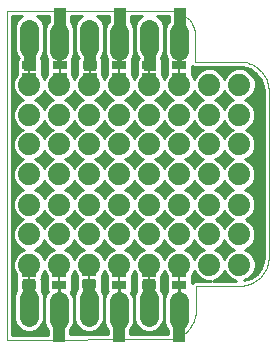
<source format=gbl>
G75*
G70*
%OFA0B0*%
%FSLAX24Y24*%
%IPPOS*%
%LPD*%
%AMOC8*
5,1,8,0,0,1.08239X$1,22.5*
%
%ADD10C,0.0000*%
%ADD11R,0.0394X0.0787*%
%ADD12C,0.0640*%
%ADD13C,0.0740*%
%ADD14C,0.0080*%
%ADD15R,0.0500X0.0250*%
%ADD16C,0.0100*%
D10*
X014712Y012689D02*
X014712Y014461D01*
X014716Y014461D01*
X014716Y021941D01*
X014711Y021926D01*
X014711Y023658D01*
X020059Y023657D01*
X020058Y023657D02*
X020115Y023661D01*
X020172Y023660D01*
X020229Y023656D01*
X020285Y023648D01*
X020341Y023637D01*
X020396Y023622D01*
X020450Y023603D01*
X020502Y023581D01*
X020553Y023555D01*
X020602Y023526D01*
X020649Y023494D01*
X020694Y023459D01*
X020736Y023421D01*
X020776Y023381D01*
X020814Y023338D01*
X020848Y023292D01*
X020879Y023245D01*
X020907Y023195D01*
X020932Y023144D01*
X020954Y023091D01*
X020971Y023037D01*
X020986Y022982D01*
X020996Y022926D01*
X021003Y022870D01*
X021003Y021953D01*
X022464Y021961D01*
X022526Y021959D01*
X022587Y021953D01*
X022648Y021944D01*
X022709Y021930D01*
X022768Y021913D01*
X022826Y021892D01*
X022883Y021867D01*
X022938Y021839D01*
X022991Y021808D01*
X023042Y021773D01*
X023091Y021735D01*
X023138Y021694D01*
X023181Y021651D01*
X023222Y021604D01*
X023260Y021555D01*
X023295Y021504D01*
X023326Y021451D01*
X023354Y021396D01*
X023379Y021339D01*
X023400Y021281D01*
X023417Y021222D01*
X023431Y021161D01*
X023440Y021100D01*
X023446Y021039D01*
X023448Y020977D01*
X023448Y015446D01*
X023449Y015446D02*
X023447Y015385D01*
X023441Y015325D01*
X023432Y015265D01*
X023419Y015206D01*
X023402Y015148D01*
X023381Y015091D01*
X023357Y015035D01*
X023330Y014981D01*
X023299Y014929D01*
X023265Y014879D01*
X023228Y014831D01*
X023187Y014785D01*
X023145Y014743D01*
X023099Y014702D01*
X023051Y014665D01*
X023001Y014631D01*
X022949Y014600D01*
X022895Y014573D01*
X022839Y014549D01*
X022782Y014528D01*
X022724Y014511D01*
X022665Y014498D01*
X022605Y014489D01*
X022545Y014483D01*
X022484Y014481D01*
X021019Y014472D01*
X021019Y013661D01*
X021020Y013661D02*
X021018Y013600D01*
X021012Y013540D01*
X021003Y013480D01*
X020990Y013421D01*
X020973Y013363D01*
X020952Y013306D01*
X020928Y013250D01*
X020901Y013196D01*
X020870Y013144D01*
X020836Y013094D01*
X020799Y013046D01*
X020758Y013000D01*
X020716Y012958D01*
X020670Y012917D01*
X020622Y012880D01*
X020572Y012846D01*
X020520Y012815D01*
X020466Y012788D01*
X020410Y012764D01*
X020353Y012743D01*
X020295Y012726D01*
X020236Y012713D01*
X020176Y012704D01*
X020116Y012698D01*
X020055Y012696D01*
X020055Y012697D02*
X014712Y012689D01*
D11*
X016452Y013016D03*
X017452Y014316D03*
X018452Y013016D03*
X019452Y014316D03*
X020452Y013016D03*
X015452Y014316D03*
X015480Y022038D03*
X016480Y023338D03*
X017480Y022038D03*
X018480Y023338D03*
X019480Y022038D03*
X020480Y023338D03*
D12*
X020474Y022957D02*
X020474Y022317D01*
X019474Y022417D02*
X019474Y023057D01*
X018474Y022957D02*
X018474Y022317D01*
X017474Y022417D02*
X017474Y023057D01*
X016474Y022957D02*
X016474Y022317D01*
X015474Y022417D02*
X015474Y023057D01*
X015457Y014080D02*
X015457Y013440D01*
X016457Y013340D02*
X016457Y013980D01*
X017457Y014080D02*
X017457Y013440D01*
X018457Y013340D02*
X018457Y013980D01*
X019457Y014080D02*
X019457Y013440D01*
X020457Y013340D02*
X020457Y013980D01*
D13*
X020471Y015185D03*
X021471Y015185D03*
X022471Y015185D03*
X022467Y016199D03*
X021467Y016199D03*
X020467Y016199D03*
X019467Y016199D03*
X018467Y016199D03*
X017467Y016199D03*
X016467Y016199D03*
X015467Y016199D03*
X015467Y017194D03*
X016467Y017194D03*
X017467Y017194D03*
X018467Y017194D03*
X019467Y017194D03*
X020467Y017194D03*
X021467Y017194D03*
X022467Y017194D03*
X022467Y018195D03*
X021467Y018195D03*
X020467Y018195D03*
X019467Y018195D03*
X018467Y018195D03*
X017467Y018195D03*
X016467Y018195D03*
X015467Y018195D03*
X015467Y019196D03*
X016467Y019196D03*
X017467Y019196D03*
X018467Y019196D03*
X019467Y019196D03*
X020467Y019196D03*
X021467Y019196D03*
X022467Y019196D03*
X022468Y020182D03*
X021468Y020182D03*
X020468Y020182D03*
X019468Y020182D03*
X018468Y020182D03*
X017468Y020182D03*
X016468Y020182D03*
X015468Y020182D03*
X015470Y021189D03*
X016470Y021189D03*
X017470Y021189D03*
X018470Y021189D03*
X019470Y021189D03*
X020470Y021189D03*
X021470Y021189D03*
X022470Y021189D03*
X019471Y015185D03*
X018471Y015185D03*
X017471Y015185D03*
X016471Y015185D03*
X015471Y015185D03*
D14*
X015456Y014862D02*
X015456Y014562D01*
X016465Y014573D02*
X016465Y014873D01*
X017469Y014879D02*
X017469Y014579D01*
X018474Y014569D02*
X018474Y014869D01*
X019446Y014863D02*
X019446Y014563D01*
X020468Y014563D02*
X020468Y014863D01*
X020472Y021486D02*
X020472Y021786D01*
X019474Y021780D02*
X019474Y021480D01*
X018470Y021486D02*
X018470Y021786D01*
X017483Y021786D02*
X017483Y021486D01*
X016477Y021486D02*
X016477Y021786D01*
X015470Y021779D02*
X015470Y021479D01*
D15*
X015470Y021429D03*
X015470Y021829D03*
X016477Y021836D03*
X016477Y021436D03*
X017483Y021436D03*
X017483Y021836D03*
X018470Y021836D03*
X018470Y021436D03*
X019474Y021430D03*
X019474Y021830D03*
X020472Y021836D03*
X020472Y021436D03*
X020468Y014913D03*
X020468Y014513D03*
X019446Y014513D03*
X019446Y014913D03*
X018474Y014919D03*
X018474Y014519D03*
X017469Y014529D03*
X017469Y014929D03*
X016465Y014923D03*
X016465Y014523D03*
X015456Y014512D03*
X015456Y014912D03*
D16*
X015471Y014927D01*
X015471Y015185D01*
X015971Y014982D02*
X015928Y014880D01*
X015876Y014827D01*
X015876Y014716D01*
X015871Y014711D01*
X015876Y014707D01*
X015876Y014351D01*
X015947Y014178D01*
X015947Y013343D01*
X015872Y013163D01*
X015735Y013025D01*
X015554Y012950D01*
X015360Y012950D01*
X015179Y013025D01*
X015042Y013163D01*
X014967Y013343D01*
X014967Y014178D01*
X015036Y014343D01*
X015036Y014707D01*
X015040Y014711D01*
X015036Y014716D01*
X015036Y014857D01*
X015013Y014880D01*
X014931Y015078D01*
X014931Y015293D01*
X015013Y015491D01*
X015165Y015643D01*
X015280Y015691D01*
X015161Y015741D01*
X015009Y015893D01*
X014927Y016091D01*
X014927Y016306D01*
X015009Y016504D01*
X015161Y016656D01*
X015257Y016696D01*
X015161Y016736D01*
X015009Y016888D01*
X014927Y017086D01*
X014927Y017301D01*
X015009Y017499D01*
X015161Y017651D01*
X015264Y017694D01*
X015161Y017737D01*
X015009Y017889D01*
X014927Y018087D01*
X014927Y018302D01*
X015009Y018500D01*
X015161Y018652D01*
X015265Y018695D01*
X015161Y018738D01*
X015009Y018890D01*
X014927Y019089D01*
X014927Y019303D01*
X015009Y019502D01*
X015161Y019654D01*
X015246Y019689D01*
X015162Y019724D01*
X015010Y019876D01*
X014928Y020075D01*
X014928Y020289D01*
X015010Y020488D01*
X015162Y020640D01*
X015273Y020686D01*
X015164Y020731D01*
X015012Y020883D01*
X014930Y021081D01*
X014930Y021296D01*
X015012Y021494D01*
X015050Y021532D01*
X015050Y021625D01*
X015054Y021629D01*
X015050Y021634D01*
X015050Y022025D01*
X015111Y022086D01*
X015059Y022139D01*
X014984Y022319D01*
X014984Y023154D01*
X015059Y023334D01*
X015196Y023472D01*
X015236Y023488D01*
X014881Y023488D01*
X014881Y022016D01*
X014886Y022011D01*
X014886Y021983D01*
X014899Y021958D01*
X014886Y021915D01*
X014886Y014390D01*
X014882Y014386D01*
X014882Y012859D01*
X016085Y012861D01*
X016085Y013020D01*
X016042Y013063D01*
X015967Y013243D01*
X015967Y014078D01*
X016042Y014258D01*
X016078Y014294D01*
X016045Y014328D01*
X016045Y014718D01*
X016049Y014723D01*
X016045Y014728D01*
X016045Y014848D01*
X016013Y014880D01*
X015971Y014982D01*
X015963Y014964D02*
X015978Y014964D01*
X016027Y014865D02*
X015914Y014865D01*
X015876Y014767D02*
X016045Y014767D01*
X016045Y014668D02*
X015876Y014668D01*
X015876Y014570D02*
X016045Y014570D01*
X016045Y014471D02*
X015876Y014471D01*
X015876Y014373D02*
X016045Y014373D01*
X016058Y014274D02*
X015907Y014274D01*
X015947Y014176D02*
X016007Y014176D01*
X015967Y014077D02*
X015947Y014077D01*
X015947Y013979D02*
X015967Y013979D01*
X015967Y013880D02*
X015947Y013880D01*
X015947Y013782D02*
X015967Y013782D01*
X015967Y013683D02*
X015947Y013683D01*
X015947Y013585D02*
X015967Y013585D01*
X015967Y013486D02*
X015947Y013486D01*
X015947Y013388D02*
X015967Y013388D01*
X015967Y013289D02*
X015925Y013289D01*
X015884Y013191D02*
X015989Y013191D01*
X016030Y013092D02*
X015801Y013092D01*
X015658Y012994D02*
X016085Y012994D01*
X016085Y012895D02*
X014882Y012895D01*
X014882Y012994D02*
X015256Y012994D01*
X015113Y013092D02*
X014882Y013092D01*
X014882Y013191D02*
X015030Y013191D01*
X014989Y013289D02*
X014882Y013289D01*
X014882Y013388D02*
X014967Y013388D01*
X014967Y013486D02*
X014882Y013486D01*
X014882Y013585D02*
X014967Y013585D01*
X014967Y013683D02*
X014882Y013683D01*
X014882Y013782D02*
X014967Y013782D01*
X014967Y013880D02*
X014882Y013880D01*
X014882Y013979D02*
X014967Y013979D01*
X014967Y014077D02*
X014882Y014077D01*
X014882Y014176D02*
X014967Y014176D01*
X015007Y014274D02*
X014882Y014274D01*
X014882Y014373D02*
X015036Y014373D01*
X015036Y014471D02*
X014886Y014471D01*
X014886Y014570D02*
X015036Y014570D01*
X015036Y014668D02*
X014886Y014668D01*
X014886Y014767D02*
X015036Y014767D01*
X015027Y014865D02*
X014886Y014865D01*
X014886Y014964D02*
X014978Y014964D01*
X014937Y015062D02*
X014886Y015062D01*
X014886Y015161D02*
X014931Y015161D01*
X014931Y015259D02*
X014886Y015259D01*
X014886Y015358D02*
X014957Y015358D01*
X014998Y015456D02*
X014886Y015456D01*
X014886Y015555D02*
X015076Y015555D01*
X015188Y015653D02*
X014886Y015653D01*
X014886Y015752D02*
X015150Y015752D01*
X015052Y015850D02*
X014886Y015850D01*
X014886Y015949D02*
X014986Y015949D01*
X014945Y016047D02*
X014886Y016047D01*
X014886Y016146D02*
X014927Y016146D01*
X014927Y016244D02*
X014886Y016244D01*
X014886Y016343D02*
X014942Y016343D01*
X014983Y016441D02*
X014886Y016441D01*
X014886Y016540D02*
X015044Y016540D01*
X015143Y016638D02*
X014886Y016638D01*
X014886Y016737D02*
X015160Y016737D01*
X015061Y016835D02*
X014886Y016835D01*
X014886Y016934D02*
X014990Y016934D01*
X014949Y017032D02*
X014886Y017032D01*
X014886Y017131D02*
X014927Y017131D01*
X014927Y017229D02*
X014886Y017229D01*
X014886Y017328D02*
X014938Y017328D01*
X014978Y017426D02*
X014886Y017426D01*
X014886Y017525D02*
X015034Y017525D01*
X015132Y017623D02*
X014886Y017623D01*
X014886Y017722D02*
X015198Y017722D01*
X015078Y017820D02*
X014886Y017820D01*
X014886Y017919D02*
X014997Y017919D01*
X014956Y018017D02*
X014886Y018017D01*
X014886Y018116D02*
X014927Y018116D01*
X014927Y018214D02*
X014886Y018214D01*
X014886Y018313D02*
X014931Y018313D01*
X014972Y018411D02*
X014886Y018411D01*
X014886Y018510D02*
X015018Y018510D01*
X015117Y018608D02*
X014886Y018608D01*
X014886Y018707D02*
X015237Y018707D01*
X015094Y018805D02*
X014886Y018805D01*
X014886Y018904D02*
X015003Y018904D01*
X014962Y019002D02*
X014886Y019002D01*
X014886Y019101D02*
X014927Y019101D01*
X014927Y019199D02*
X014886Y019199D01*
X014886Y019298D02*
X014927Y019298D01*
X014965Y019396D02*
X014886Y019396D01*
X014886Y019495D02*
X015006Y019495D01*
X015100Y019593D02*
X014886Y019593D01*
X014886Y019692D02*
X015241Y019692D01*
X015096Y019790D02*
X014886Y019790D01*
X014886Y019889D02*
X015005Y019889D01*
X014964Y019987D02*
X014886Y019987D01*
X014886Y020086D02*
X014928Y020086D01*
X014928Y020184D02*
X014886Y020184D01*
X014886Y020283D02*
X014928Y020283D01*
X014966Y020381D02*
X014886Y020381D01*
X014886Y020480D02*
X015007Y020480D01*
X015100Y020578D02*
X014886Y020578D01*
X014886Y020677D02*
X015251Y020677D01*
X015119Y020775D02*
X014886Y020775D01*
X014886Y020874D02*
X015021Y020874D01*
X014975Y020972D02*
X014886Y020972D01*
X014886Y021071D02*
X014934Y021071D01*
X014930Y021169D02*
X014886Y021169D01*
X014886Y021268D02*
X014930Y021268D01*
X014959Y021366D02*
X014886Y021366D01*
X014886Y021465D02*
X014999Y021465D01*
X015050Y021563D02*
X014886Y021563D01*
X014886Y021662D02*
X015050Y021662D01*
X015050Y021760D02*
X014886Y021760D01*
X014886Y021859D02*
X015050Y021859D01*
X015050Y021957D02*
X014899Y021957D01*
X014881Y022056D02*
X015080Y022056D01*
X015052Y022154D02*
X014881Y022154D01*
X014881Y022253D02*
X015012Y022253D01*
X014984Y022351D02*
X014881Y022351D01*
X014881Y022450D02*
X014984Y022450D01*
X014984Y022548D02*
X014881Y022548D01*
X014881Y022647D02*
X014984Y022647D01*
X014984Y022745D02*
X014881Y022745D01*
X014881Y022844D02*
X014984Y022844D01*
X014984Y022942D02*
X014881Y022942D01*
X014881Y023041D02*
X014984Y023041D01*
X014984Y023139D02*
X014881Y023139D01*
X014881Y023238D02*
X015019Y023238D01*
X015061Y023336D02*
X014881Y023336D01*
X014881Y023435D02*
X015159Y023435D01*
X015712Y023488D02*
X016113Y023488D01*
X016113Y023288D01*
X016059Y023234D01*
X015984Y023054D01*
X015984Y022219D01*
X016059Y022039D01*
X016061Y022036D01*
X016057Y022031D01*
X016057Y021641D01*
X016061Y021636D01*
X016057Y021631D01*
X016057Y021539D01*
X016012Y021494D01*
X015970Y021392D01*
X015927Y021494D01*
X015890Y021532D01*
X015890Y021625D01*
X015885Y021629D01*
X015890Y021634D01*
X015890Y022025D01*
X015846Y022068D01*
X015846Y022096D01*
X015889Y022139D01*
X015964Y022319D01*
X015964Y023154D01*
X015889Y023334D01*
X015752Y023472D01*
X015712Y023488D01*
X015789Y023435D02*
X016113Y023435D01*
X016113Y023336D02*
X015887Y023336D01*
X015929Y023238D02*
X016062Y023238D01*
X016019Y023139D02*
X015964Y023139D01*
X015964Y023041D02*
X015984Y023041D01*
X015984Y022942D02*
X015964Y022942D01*
X015964Y022844D02*
X015984Y022844D01*
X015984Y022745D02*
X015964Y022745D01*
X015964Y022647D02*
X015984Y022647D01*
X015984Y022548D02*
X015964Y022548D01*
X015964Y022450D02*
X015984Y022450D01*
X015984Y022351D02*
X015964Y022351D01*
X015984Y022253D02*
X015936Y022253D01*
X015896Y022154D02*
X016011Y022154D01*
X016052Y022056D02*
X015859Y022056D01*
X015890Y021957D02*
X016057Y021957D01*
X016057Y021859D02*
X015890Y021859D01*
X015890Y021760D02*
X016057Y021760D01*
X016057Y021662D02*
X015890Y021662D01*
X015890Y021563D02*
X016057Y021563D01*
X015999Y021465D02*
X015940Y021465D01*
X016477Y021436D02*
X016477Y021196D01*
X016470Y021189D01*
X016970Y021392D02*
X016927Y021494D01*
X016897Y021525D01*
X016897Y021631D01*
X016892Y021636D01*
X016897Y021641D01*
X016897Y022031D01*
X016889Y022039D01*
X016889Y022039D01*
X016964Y022219D01*
X016964Y023054D01*
X016889Y023234D01*
X016846Y023277D01*
X016846Y023488D01*
X017235Y023488D01*
X017196Y023472D01*
X017059Y023334D01*
X016984Y023154D01*
X016984Y022319D01*
X017059Y022139D01*
X017113Y022085D01*
X017113Y022082D01*
X017063Y022031D01*
X017063Y021641D01*
X017067Y021636D01*
X017063Y021631D01*
X017063Y021545D01*
X017012Y021494D01*
X016970Y021392D01*
X016940Y021465D02*
X016999Y021465D01*
X017063Y021563D02*
X016897Y021563D01*
X016897Y021662D02*
X017063Y021662D01*
X017063Y021760D02*
X016897Y021760D01*
X016897Y021859D02*
X017063Y021859D01*
X017063Y021957D02*
X016897Y021957D01*
X016896Y022056D02*
X017087Y022056D01*
X017052Y022154D02*
X016937Y022154D01*
X016964Y022253D02*
X017012Y022253D01*
X016984Y022351D02*
X016964Y022351D01*
X016964Y022450D02*
X016984Y022450D01*
X016984Y022548D02*
X016964Y022548D01*
X016964Y022647D02*
X016984Y022647D01*
X016984Y022745D02*
X016964Y022745D01*
X016964Y022844D02*
X016984Y022844D01*
X016984Y022942D02*
X016964Y022942D01*
X016964Y023041D02*
X016984Y023041D01*
X016984Y023139D02*
X016929Y023139D01*
X016886Y023238D02*
X017019Y023238D01*
X017061Y023336D02*
X016846Y023336D01*
X016846Y023435D02*
X017159Y023435D01*
X017713Y023488D02*
X018113Y023488D01*
X018113Y023288D01*
X018059Y023234D01*
X017984Y023054D01*
X017984Y022219D01*
X018058Y022040D01*
X018050Y022031D01*
X018050Y021641D01*
X018054Y021636D01*
X018050Y021631D01*
X018050Y021532D01*
X018012Y021494D01*
X017970Y021392D01*
X017927Y021494D01*
X017903Y021519D01*
X017903Y021631D01*
X017898Y021636D01*
X017903Y021641D01*
X017903Y022031D01*
X017846Y022088D01*
X017846Y022096D01*
X017889Y022139D01*
X017964Y022319D01*
X017964Y023154D01*
X017889Y023334D01*
X017752Y023472D01*
X017713Y023488D01*
X017789Y023435D02*
X018113Y023435D01*
X018113Y023336D02*
X017887Y023336D01*
X017929Y023238D02*
X018062Y023238D01*
X018019Y023139D02*
X017964Y023139D01*
X017964Y023041D02*
X017984Y023041D01*
X017984Y022942D02*
X017964Y022942D01*
X017964Y022844D02*
X017984Y022844D01*
X017984Y022745D02*
X017964Y022745D01*
X017964Y022647D02*
X017984Y022647D01*
X017984Y022548D02*
X017964Y022548D01*
X017964Y022450D02*
X017984Y022450D01*
X017984Y022351D02*
X017964Y022351D01*
X017984Y022253D02*
X017936Y022253D01*
X017896Y022154D02*
X018011Y022154D01*
X018052Y022056D02*
X017878Y022056D01*
X017903Y021957D02*
X018050Y021957D01*
X018050Y021859D02*
X017903Y021859D01*
X017903Y021760D02*
X018050Y021760D01*
X018050Y021662D02*
X017903Y021662D01*
X017903Y021563D02*
X018050Y021563D01*
X017999Y021465D02*
X017940Y021465D01*
X017483Y021436D02*
X017483Y021202D01*
X017470Y021189D01*
X017970Y020985D02*
X017927Y020883D01*
X017775Y020731D01*
X017665Y020685D01*
X017774Y020640D01*
X017926Y020488D01*
X017968Y020386D01*
X018010Y020488D01*
X018162Y020640D01*
X018273Y020686D01*
X018164Y020731D01*
X018012Y020883D01*
X017970Y020985D01*
X017975Y020972D02*
X017964Y020972D01*
X017918Y020874D02*
X018021Y020874D01*
X018119Y020775D02*
X017820Y020775D01*
X017685Y020677D02*
X018251Y020677D01*
X018100Y020578D02*
X017836Y020578D01*
X017929Y020480D02*
X018007Y020480D01*
X017968Y019978D02*
X017926Y019876D01*
X017774Y019724D01*
X017688Y019689D01*
X017772Y019654D01*
X017924Y019502D01*
X017967Y019400D01*
X018009Y019502D01*
X018161Y019654D01*
X018246Y019689D01*
X018162Y019724D01*
X018010Y019876D01*
X017968Y019978D01*
X017931Y019889D02*
X018005Y019889D01*
X018096Y019790D02*
X017840Y019790D01*
X017695Y019692D02*
X018241Y019692D01*
X018100Y019593D02*
X017833Y019593D01*
X017927Y019495D02*
X018006Y019495D01*
X017967Y018992D02*
X017924Y018890D01*
X017772Y018738D01*
X017669Y018695D01*
X017773Y018652D01*
X017925Y018500D01*
X017967Y018398D01*
X018009Y018500D01*
X018161Y018652D01*
X018265Y018695D01*
X018161Y018738D01*
X018009Y018890D01*
X017967Y018992D01*
X017930Y018904D02*
X018003Y018904D01*
X018094Y018805D02*
X017839Y018805D01*
X017696Y018707D02*
X018237Y018707D01*
X018117Y018608D02*
X017817Y018608D01*
X017916Y018510D02*
X018018Y018510D01*
X017972Y018411D02*
X017962Y018411D01*
X017967Y017991D02*
X018009Y017889D01*
X018161Y017737D01*
X018264Y017694D01*
X018161Y017651D01*
X018009Y017499D01*
X017967Y017397D01*
X017924Y017499D01*
X017772Y017651D01*
X017670Y017694D01*
X017773Y017737D01*
X017925Y017889D01*
X017967Y017991D01*
X017937Y017919D02*
X017997Y017919D01*
X018078Y017820D02*
X017856Y017820D01*
X017736Y017722D02*
X018198Y017722D01*
X018132Y017623D02*
X017801Y017623D01*
X017899Y017525D02*
X018034Y017525D01*
X017978Y017426D02*
X017955Y017426D01*
X017967Y016990D02*
X017924Y016888D01*
X017772Y016736D01*
X017677Y016696D01*
X017773Y016656D01*
X017925Y016504D01*
X017967Y016402D01*
X018009Y016504D01*
X018161Y016656D01*
X018257Y016696D01*
X018161Y016736D01*
X018009Y016888D01*
X017967Y016990D01*
X017943Y016934D02*
X017990Y016934D01*
X018061Y016835D02*
X017872Y016835D01*
X017773Y016737D02*
X018160Y016737D01*
X018143Y016638D02*
X017791Y016638D01*
X017890Y016540D02*
X018044Y016540D01*
X017983Y016441D02*
X017951Y016441D01*
X017967Y015995D02*
X017925Y015893D01*
X017773Y015741D01*
X017657Y015693D01*
X017776Y015643D01*
X017928Y015491D01*
X017971Y015389D01*
X018013Y015491D01*
X018165Y015643D01*
X018280Y015691D01*
X018161Y015741D01*
X018009Y015893D01*
X017967Y015995D01*
X017948Y015949D02*
X017986Y015949D01*
X018052Y015850D02*
X017882Y015850D01*
X017784Y015752D02*
X018150Y015752D01*
X018188Y015653D02*
X017753Y015653D01*
X017865Y015555D02*
X018076Y015555D01*
X017998Y015456D02*
X017943Y015456D01*
X017471Y015185D02*
X017469Y015183D01*
X017469Y014929D01*
X017469Y014529D02*
X017452Y014512D01*
X017452Y014316D01*
X017457Y014240D01*
X017457Y013760D01*
X017377Y013749D01*
X016967Y013782D02*
X016947Y013782D01*
X016947Y013880D02*
X016967Y013880D01*
X016967Y013979D02*
X016947Y013979D01*
X016947Y014077D02*
X016967Y014077D01*
X016947Y014078D02*
X016872Y014258D01*
X016844Y014287D01*
X016885Y014328D01*
X016885Y014718D01*
X016880Y014723D01*
X016885Y014728D01*
X016885Y014836D01*
X016928Y014880D01*
X016971Y014982D01*
X017013Y014880D01*
X017049Y014844D01*
X017049Y014734D01*
X017053Y014729D01*
X017049Y014724D01*
X017049Y014365D01*
X017042Y014358D01*
X016967Y014178D01*
X016967Y013343D01*
X017042Y013163D01*
X017179Y013025D01*
X017360Y012950D01*
X017554Y012950D01*
X017735Y013025D01*
X017872Y013163D01*
X017947Y013343D01*
X017947Y014178D01*
X017884Y014329D01*
X017889Y014334D01*
X017889Y014724D01*
X017884Y014729D01*
X017889Y014734D01*
X017889Y014840D01*
X017928Y014880D01*
X017971Y014982D01*
X018013Y014880D01*
X018054Y014839D01*
X018054Y014723D01*
X018058Y014718D01*
X018054Y014714D01*
X018054Y014323D01*
X018080Y014297D01*
X018042Y014258D01*
X017967Y014078D01*
X017967Y013243D01*
X018042Y013063D01*
X018085Y013020D01*
X018085Y012864D01*
X016818Y012862D01*
X016818Y013009D01*
X016872Y013063D01*
X016947Y013243D01*
X016947Y014078D01*
X016967Y014176D02*
X016907Y014176D01*
X016856Y014274D02*
X017007Y014274D01*
X017049Y014373D02*
X016885Y014373D01*
X016885Y014471D02*
X017049Y014471D01*
X017049Y014570D02*
X016885Y014570D01*
X016885Y014668D02*
X017049Y014668D01*
X017049Y014767D02*
X016885Y014767D01*
X016914Y014865D02*
X017027Y014865D01*
X016978Y014964D02*
X016963Y014964D01*
X016971Y015389D02*
X016928Y015491D01*
X016776Y015643D01*
X016657Y015693D01*
X016773Y015741D01*
X016925Y015893D01*
X016967Y015995D01*
X017009Y015893D01*
X017161Y015741D01*
X017280Y015691D01*
X017165Y015643D01*
X017013Y015491D01*
X016971Y015389D01*
X016943Y015456D02*
X016998Y015456D01*
X017076Y015555D02*
X016865Y015555D01*
X016753Y015653D02*
X017188Y015653D01*
X017150Y015752D02*
X016784Y015752D01*
X016882Y015850D02*
X017052Y015850D01*
X016986Y015949D02*
X016948Y015949D01*
X016967Y016402D02*
X016925Y016504D01*
X016773Y016656D01*
X016677Y016696D01*
X016772Y016736D01*
X016924Y016888D01*
X016967Y016990D01*
X017009Y016888D01*
X017161Y016736D01*
X017257Y016696D01*
X017161Y016656D01*
X017009Y016504D01*
X016967Y016402D01*
X016951Y016441D02*
X016983Y016441D01*
X017044Y016540D02*
X016890Y016540D01*
X016791Y016638D02*
X017143Y016638D01*
X017160Y016737D02*
X016773Y016737D01*
X016872Y016835D02*
X017061Y016835D01*
X016990Y016934D02*
X016943Y016934D01*
X016967Y017397D02*
X016924Y017499D01*
X016772Y017651D01*
X016670Y017694D01*
X016773Y017737D01*
X016925Y017889D01*
X016967Y017991D01*
X017009Y017889D01*
X017161Y017737D01*
X017264Y017694D01*
X017161Y017651D01*
X017009Y017499D01*
X016967Y017397D01*
X016955Y017426D02*
X016978Y017426D01*
X017034Y017525D02*
X016899Y017525D01*
X016801Y017623D02*
X017132Y017623D01*
X017198Y017722D02*
X016736Y017722D01*
X016856Y017820D02*
X017078Y017820D01*
X016997Y017919D02*
X016937Y017919D01*
X016967Y018398D02*
X016925Y018500D01*
X016773Y018652D01*
X016669Y018695D01*
X016772Y018738D01*
X016924Y018890D01*
X016967Y018992D01*
X017009Y018890D01*
X017161Y018738D01*
X017265Y018695D01*
X017161Y018652D01*
X017009Y018500D01*
X016967Y018398D01*
X016962Y018411D02*
X016972Y018411D01*
X017018Y018510D02*
X016916Y018510D01*
X016817Y018608D02*
X017117Y018608D01*
X017237Y018707D02*
X016696Y018707D01*
X016839Y018805D02*
X017094Y018805D01*
X017003Y018904D02*
X016930Y018904D01*
X016967Y019400D02*
X016924Y019502D01*
X016772Y019654D01*
X016688Y019689D01*
X016774Y019724D01*
X016926Y019876D01*
X016968Y019978D01*
X017010Y019876D01*
X017162Y019724D01*
X017246Y019689D01*
X017161Y019654D01*
X017009Y019502D01*
X016967Y019400D01*
X017006Y019495D02*
X016927Y019495D01*
X016833Y019593D02*
X017100Y019593D01*
X017241Y019692D02*
X016695Y019692D01*
X016840Y019790D02*
X017096Y019790D01*
X017005Y019889D02*
X016931Y019889D01*
X016968Y020386D02*
X016926Y020488D01*
X016774Y020640D01*
X016665Y020685D01*
X016775Y020731D01*
X016927Y020883D01*
X016970Y020985D01*
X017012Y020883D01*
X017164Y020731D01*
X017273Y020686D01*
X017162Y020640D01*
X017010Y020488D01*
X016968Y020386D01*
X016929Y020480D02*
X017007Y020480D01*
X017100Y020578D02*
X016836Y020578D01*
X016685Y020677D02*
X017251Y020677D01*
X017119Y020775D02*
X016820Y020775D01*
X016918Y020874D02*
X017021Y020874D01*
X016975Y020972D02*
X016964Y020972D01*
X016273Y020686D02*
X016162Y020640D01*
X016010Y020488D01*
X015968Y020386D01*
X015926Y020488D01*
X015774Y020640D01*
X015665Y020685D01*
X015775Y020731D01*
X015927Y020883D01*
X015970Y020985D01*
X016012Y020883D01*
X016164Y020731D01*
X016273Y020686D01*
X016251Y020677D02*
X015685Y020677D01*
X015820Y020775D02*
X016119Y020775D01*
X016021Y020874D02*
X015918Y020874D01*
X015964Y020972D02*
X015975Y020972D01*
X016100Y020578D02*
X015836Y020578D01*
X015929Y020480D02*
X016007Y020480D01*
X015968Y019978D02*
X015926Y019876D01*
X015774Y019724D01*
X015688Y019689D01*
X015772Y019654D01*
X015924Y019502D01*
X015967Y019400D01*
X016009Y019502D01*
X016161Y019654D01*
X016246Y019689D01*
X016162Y019724D01*
X016010Y019876D01*
X015968Y019978D01*
X015931Y019889D02*
X016005Y019889D01*
X016096Y019790D02*
X015840Y019790D01*
X015695Y019692D02*
X016241Y019692D01*
X016100Y019593D02*
X015833Y019593D01*
X015927Y019495D02*
X016006Y019495D01*
X015967Y018992D02*
X015924Y018890D01*
X015772Y018738D01*
X015669Y018695D01*
X015773Y018652D01*
X015925Y018500D01*
X015967Y018398D01*
X016009Y018500D01*
X016161Y018652D01*
X016265Y018695D01*
X016161Y018738D01*
X016009Y018890D01*
X015967Y018992D01*
X015930Y018904D02*
X016003Y018904D01*
X016094Y018805D02*
X015839Y018805D01*
X015696Y018707D02*
X016237Y018707D01*
X016117Y018608D02*
X015817Y018608D01*
X015916Y018510D02*
X016018Y018510D01*
X015972Y018411D02*
X015962Y018411D01*
X015967Y017991D02*
X016009Y017889D01*
X016161Y017737D01*
X016264Y017694D01*
X016161Y017651D01*
X016009Y017499D01*
X015967Y017397D01*
X015924Y017499D01*
X015772Y017651D01*
X015670Y017694D01*
X015773Y017737D01*
X015925Y017889D01*
X015967Y017991D01*
X015937Y017919D02*
X015997Y017919D01*
X016078Y017820D02*
X015856Y017820D01*
X015736Y017722D02*
X016198Y017722D01*
X016132Y017623D02*
X015801Y017623D01*
X015899Y017525D02*
X016034Y017525D01*
X015978Y017426D02*
X015955Y017426D01*
X015967Y016990D02*
X015924Y016888D01*
X015772Y016736D01*
X015677Y016696D01*
X015773Y016656D01*
X015925Y016504D01*
X015967Y016402D01*
X016009Y016504D01*
X016161Y016656D01*
X016257Y016696D01*
X016161Y016736D01*
X016009Y016888D01*
X015967Y016990D01*
X015943Y016934D02*
X015990Y016934D01*
X016061Y016835D02*
X015872Y016835D01*
X015773Y016737D02*
X016160Y016737D01*
X016143Y016638D02*
X015791Y016638D01*
X015890Y016540D02*
X016044Y016540D01*
X015983Y016441D02*
X015951Y016441D01*
X015967Y015995D02*
X015925Y015893D01*
X015773Y015741D01*
X015657Y015693D01*
X015776Y015643D01*
X015928Y015491D01*
X015971Y015389D01*
X016013Y015491D01*
X016165Y015643D01*
X016280Y015691D01*
X016161Y015741D01*
X016009Y015893D01*
X015967Y015995D01*
X015948Y015949D02*
X015986Y015949D01*
X016052Y015850D02*
X015882Y015850D01*
X015784Y015752D02*
X016150Y015752D01*
X016188Y015653D02*
X015753Y015653D01*
X015865Y015555D02*
X016076Y015555D01*
X015998Y015456D02*
X015943Y015456D01*
X016471Y015185D02*
X016471Y014929D01*
X016465Y014923D01*
X016465Y014523D02*
X016457Y014515D01*
X016457Y013660D01*
X016377Y013634D01*
X016452Y013016D01*
X016818Y012994D02*
X017256Y012994D01*
X017113Y013092D02*
X016884Y013092D01*
X016925Y013191D02*
X017030Y013191D01*
X016989Y013289D02*
X016947Y013289D01*
X016947Y013388D02*
X016967Y013388D01*
X016967Y013486D02*
X016947Y013486D01*
X016947Y013585D02*
X016967Y013585D01*
X016967Y013683D02*
X016947Y013683D01*
X017947Y013683D02*
X017967Y013683D01*
X017967Y013585D02*
X017947Y013585D01*
X017947Y013486D02*
X017967Y013486D01*
X017967Y013388D02*
X017947Y013388D01*
X017925Y013289D02*
X017967Y013289D01*
X017989Y013191D02*
X017884Y013191D01*
X017801Y013092D02*
X018030Y013092D01*
X018085Y012994D02*
X017658Y012994D01*
X018085Y012895D02*
X016818Y012895D01*
X017947Y013782D02*
X017967Y013782D01*
X017967Y013880D02*
X017947Y013880D01*
X017947Y013979D02*
X017967Y013979D01*
X017967Y014077D02*
X017947Y014077D01*
X017947Y014176D02*
X018007Y014176D01*
X018058Y014274D02*
X017907Y014274D01*
X017889Y014373D02*
X018054Y014373D01*
X018054Y014471D02*
X017889Y014471D01*
X017889Y014570D02*
X018054Y014570D01*
X018054Y014668D02*
X017889Y014668D01*
X017889Y014767D02*
X018054Y014767D01*
X018027Y014865D02*
X017914Y014865D01*
X017963Y014964D02*
X017978Y014964D01*
X018474Y014919D02*
X018474Y015183D01*
X018471Y015185D01*
X018971Y014982D02*
X019013Y014880D01*
X019026Y014867D01*
X019026Y014718D01*
X019030Y014713D01*
X019026Y014708D01*
X019026Y014319D01*
X018967Y014178D01*
X018967Y013343D01*
X019042Y013163D01*
X019179Y013025D01*
X019360Y012950D01*
X019554Y012950D01*
X019735Y013025D01*
X019872Y013163D01*
X019947Y013343D01*
X019947Y014178D01*
X019872Y014358D01*
X019866Y014365D01*
X019866Y014708D01*
X019861Y014713D01*
X019866Y014718D01*
X019866Y014817D01*
X019928Y014880D01*
X019971Y014982D01*
X020013Y014880D01*
X020048Y014844D01*
X020048Y014718D01*
X020053Y014713D01*
X020048Y014708D01*
X020048Y014318D01*
X020075Y014291D01*
X020042Y014258D01*
X019967Y014078D01*
X019967Y013243D01*
X020042Y013063D01*
X020085Y013020D01*
X020085Y012869D01*
X020055Y012867D01*
X019984Y012867D01*
X019984Y012867D01*
X018818Y012865D01*
X018818Y013009D01*
X018872Y013063D01*
X018947Y013243D01*
X018947Y014078D01*
X018872Y014258D01*
X018850Y014280D01*
X018894Y014323D01*
X018894Y014714D01*
X018889Y014718D01*
X018894Y014723D01*
X018894Y014845D01*
X018928Y014880D01*
X018971Y014982D01*
X018963Y014964D02*
X018978Y014964D01*
X019026Y014865D02*
X018914Y014865D01*
X018894Y014767D02*
X019026Y014767D01*
X019026Y014668D02*
X018894Y014668D01*
X018894Y014570D02*
X019026Y014570D01*
X019026Y014471D02*
X018894Y014471D01*
X018894Y014373D02*
X019026Y014373D01*
X019007Y014274D02*
X018856Y014274D01*
X018907Y014176D02*
X018967Y014176D01*
X018967Y014077D02*
X018947Y014077D01*
X018947Y013979D02*
X018967Y013979D01*
X018967Y013880D02*
X018947Y013880D01*
X018947Y013782D02*
X018967Y013782D01*
X018967Y013683D02*
X018947Y013683D01*
X018947Y013585D02*
X018967Y013585D01*
X018967Y013486D02*
X018947Y013486D01*
X018947Y013388D02*
X018967Y013388D01*
X018947Y013289D02*
X018989Y013289D01*
X019030Y013191D02*
X018925Y013191D01*
X018884Y013092D02*
X019113Y013092D01*
X019256Y012994D02*
X018818Y012994D01*
X018818Y012895D02*
X020085Y012895D01*
X020085Y012994D02*
X019658Y012994D01*
X019801Y013092D02*
X020030Y013092D01*
X019989Y013191D02*
X019884Y013191D01*
X019925Y013289D02*
X019967Y013289D01*
X019967Y013388D02*
X019947Y013388D01*
X019947Y013486D02*
X019967Y013486D01*
X019967Y013585D02*
X019947Y013585D01*
X019947Y013683D02*
X019967Y013683D01*
X019967Y013782D02*
X019947Y013782D01*
X019947Y013880D02*
X019967Y013880D01*
X019967Y013979D02*
X019947Y013979D01*
X019947Y014077D02*
X019967Y014077D01*
X019947Y014176D02*
X020007Y014176D01*
X020058Y014274D02*
X019907Y014274D01*
X019866Y014373D02*
X020048Y014373D01*
X020048Y014471D02*
X019866Y014471D01*
X019866Y014570D02*
X020048Y014570D01*
X020048Y014668D02*
X019866Y014668D01*
X019866Y014767D02*
X020048Y014767D01*
X020027Y014865D02*
X019914Y014865D01*
X019963Y014964D02*
X019978Y014964D01*
X019446Y014913D02*
X019446Y015161D01*
X019471Y015185D01*
X019971Y015389D02*
X019928Y015491D01*
X019776Y015643D01*
X019657Y015693D01*
X019773Y015741D01*
X019925Y015893D01*
X019967Y015995D01*
X020009Y015893D01*
X020161Y015741D01*
X020280Y015691D01*
X020165Y015643D01*
X020013Y015491D01*
X019971Y015389D01*
X019943Y015456D02*
X019998Y015456D01*
X020076Y015555D02*
X019865Y015555D01*
X019753Y015653D02*
X020188Y015653D01*
X020150Y015752D02*
X019784Y015752D01*
X019882Y015850D02*
X020052Y015850D01*
X019986Y015949D02*
X019948Y015949D01*
X019967Y016402D02*
X019925Y016504D01*
X019773Y016656D01*
X019677Y016696D01*
X019772Y016736D01*
X019924Y016888D01*
X019967Y016990D01*
X020009Y016888D01*
X020161Y016736D01*
X020257Y016696D01*
X020161Y016656D01*
X020009Y016504D01*
X019967Y016402D01*
X019951Y016441D02*
X019983Y016441D01*
X020044Y016540D02*
X019890Y016540D01*
X019791Y016638D02*
X020143Y016638D01*
X020160Y016737D02*
X019773Y016737D01*
X019872Y016835D02*
X020061Y016835D01*
X019990Y016934D02*
X019943Y016934D01*
X019967Y017397D02*
X019924Y017499D01*
X019772Y017651D01*
X019670Y017694D01*
X019773Y017737D01*
X019925Y017889D01*
X019967Y017991D01*
X020009Y017889D01*
X020161Y017737D01*
X020264Y017694D01*
X020161Y017651D01*
X020009Y017499D01*
X019967Y017397D01*
X019955Y017426D02*
X019978Y017426D01*
X020034Y017525D02*
X019899Y017525D01*
X019801Y017623D02*
X020132Y017623D01*
X020198Y017722D02*
X019736Y017722D01*
X019856Y017820D02*
X020078Y017820D01*
X019997Y017919D02*
X019937Y017919D01*
X019967Y018398D02*
X019925Y018500D01*
X019773Y018652D01*
X019669Y018695D01*
X019772Y018738D01*
X019924Y018890D01*
X019967Y018992D01*
X020009Y018890D01*
X020161Y018738D01*
X020265Y018695D01*
X020161Y018652D01*
X020009Y018500D01*
X019967Y018398D01*
X019962Y018411D02*
X019972Y018411D01*
X020018Y018510D02*
X019916Y018510D01*
X019817Y018608D02*
X020117Y018608D01*
X020237Y018707D02*
X019696Y018707D01*
X019839Y018805D02*
X020094Y018805D01*
X020003Y018904D02*
X019930Y018904D01*
X019967Y019400D02*
X019924Y019502D01*
X019772Y019654D01*
X019688Y019689D01*
X019774Y019724D01*
X019926Y019876D01*
X019968Y019978D01*
X020010Y019876D01*
X020162Y019724D01*
X020246Y019689D01*
X020161Y019654D01*
X020009Y019502D01*
X019967Y019400D01*
X020006Y019495D02*
X019927Y019495D01*
X019833Y019593D02*
X020100Y019593D01*
X020241Y019692D02*
X019695Y019692D01*
X019840Y019790D02*
X020096Y019790D01*
X020005Y019889D02*
X019931Y019889D01*
X019968Y020386D02*
X019926Y020488D01*
X019774Y020640D01*
X019665Y020685D01*
X019775Y020731D01*
X019927Y020883D01*
X019970Y020985D01*
X020012Y020883D01*
X020164Y020731D01*
X020273Y020686D01*
X020162Y020640D01*
X020010Y020488D01*
X019968Y020386D01*
X019929Y020480D02*
X020007Y020480D01*
X020100Y020578D02*
X019836Y020578D01*
X019685Y020677D02*
X020251Y020677D01*
X020119Y020775D02*
X019820Y020775D01*
X019918Y020874D02*
X020021Y020874D01*
X019975Y020972D02*
X019964Y020972D01*
X019970Y021392D02*
X019927Y021494D01*
X019894Y021528D01*
X019894Y021626D01*
X019889Y021630D01*
X019894Y021635D01*
X019894Y022026D01*
X019846Y022073D01*
X019846Y022096D01*
X019889Y022139D01*
X019964Y022319D01*
X019964Y023154D01*
X019889Y023334D01*
X019752Y023472D01*
X019714Y023488D01*
X019997Y023487D01*
X020004Y023482D01*
X020066Y023487D01*
X020113Y023487D01*
X020113Y023288D01*
X020059Y023234D01*
X019984Y023054D01*
X019984Y022219D01*
X020059Y022039D01*
X020059Y022038D01*
X020052Y022031D01*
X020052Y021640D01*
X020057Y021635D01*
X020052Y021631D01*
X020052Y021535D01*
X020012Y021494D01*
X019970Y021392D01*
X019940Y021465D02*
X019999Y021465D01*
X020052Y021563D02*
X019894Y021563D01*
X019894Y021662D02*
X020052Y021662D01*
X020052Y021760D02*
X019894Y021760D01*
X019894Y021859D02*
X020052Y021859D01*
X020052Y021957D02*
X019894Y021957D01*
X019864Y022056D02*
X020052Y022056D01*
X020011Y022154D02*
X019896Y022154D01*
X019936Y022253D02*
X019984Y022253D01*
X019984Y022351D02*
X019964Y022351D01*
X019964Y022450D02*
X019984Y022450D01*
X019984Y022548D02*
X019964Y022548D01*
X019964Y022647D02*
X019984Y022647D01*
X019984Y022745D02*
X019964Y022745D01*
X019964Y022844D02*
X019984Y022844D01*
X019984Y022942D02*
X019964Y022942D01*
X019964Y023041D02*
X019984Y023041D01*
X019964Y023139D02*
X020019Y023139D01*
X020062Y023238D02*
X019929Y023238D01*
X019887Y023336D02*
X020113Y023336D01*
X020113Y023435D02*
X019789Y023435D01*
X019234Y023488D02*
X019196Y023472D01*
X019059Y023334D01*
X018984Y023154D01*
X018984Y022319D01*
X019059Y022139D01*
X019113Y022085D01*
X019054Y022026D01*
X019054Y021635D01*
X019058Y021630D01*
X019054Y021626D01*
X019054Y021536D01*
X019012Y021494D01*
X018970Y021392D01*
X018927Y021494D01*
X018890Y021532D01*
X018890Y021631D01*
X018885Y021636D01*
X018890Y021641D01*
X018890Y022031D01*
X018886Y022035D01*
X018889Y022039D01*
X018964Y022219D01*
X018964Y023054D01*
X018889Y023234D01*
X018846Y023277D01*
X018846Y023488D01*
X019234Y023488D01*
X019159Y023435D02*
X018846Y023435D01*
X018846Y023336D02*
X019061Y023336D01*
X019019Y023238D02*
X018886Y023238D01*
X018929Y023139D02*
X018984Y023139D01*
X018984Y023041D02*
X018964Y023041D01*
X018964Y022942D02*
X018984Y022942D01*
X018984Y022844D02*
X018964Y022844D01*
X018964Y022745D02*
X018984Y022745D01*
X018984Y022647D02*
X018964Y022647D01*
X018964Y022548D02*
X018984Y022548D01*
X018984Y022450D02*
X018964Y022450D01*
X018964Y022351D02*
X018984Y022351D01*
X018964Y022253D02*
X019012Y022253D01*
X019052Y022154D02*
X018937Y022154D01*
X018896Y022056D02*
X019083Y022056D01*
X019054Y021957D02*
X018890Y021957D01*
X018890Y021859D02*
X019054Y021859D01*
X019054Y021760D02*
X018890Y021760D01*
X018890Y021662D02*
X019054Y021662D01*
X019054Y021563D02*
X018890Y021563D01*
X018940Y021465D02*
X018999Y021465D01*
X019474Y021430D02*
X019474Y021193D01*
X019470Y021189D01*
X018970Y020985D02*
X019012Y020883D01*
X019164Y020731D01*
X019273Y020686D01*
X019162Y020640D01*
X019010Y020488D01*
X018968Y020386D01*
X018926Y020488D01*
X018774Y020640D01*
X018665Y020685D01*
X018775Y020731D01*
X018927Y020883D01*
X018970Y020985D01*
X018975Y020972D02*
X018964Y020972D01*
X018918Y020874D02*
X019021Y020874D01*
X019119Y020775D02*
X018820Y020775D01*
X018685Y020677D02*
X019251Y020677D01*
X019100Y020578D02*
X018836Y020578D01*
X018929Y020480D02*
X019007Y020480D01*
X018968Y019978D02*
X019010Y019876D01*
X019162Y019724D01*
X019246Y019689D01*
X019161Y019654D01*
X019009Y019502D01*
X018967Y019400D01*
X018924Y019502D01*
X018772Y019654D01*
X018688Y019689D01*
X018774Y019724D01*
X018926Y019876D01*
X018968Y019978D01*
X018931Y019889D02*
X019005Y019889D01*
X019096Y019790D02*
X018840Y019790D01*
X018695Y019692D02*
X019241Y019692D01*
X019100Y019593D02*
X018833Y019593D01*
X018927Y019495D02*
X019006Y019495D01*
X018967Y018992D02*
X019009Y018890D01*
X019161Y018738D01*
X019265Y018695D01*
X019161Y018652D01*
X019009Y018500D01*
X018967Y018398D01*
X018925Y018500D01*
X018773Y018652D01*
X018669Y018695D01*
X018772Y018738D01*
X018924Y018890D01*
X018967Y018992D01*
X018930Y018904D02*
X019003Y018904D01*
X019094Y018805D02*
X018839Y018805D01*
X018696Y018707D02*
X019237Y018707D01*
X019117Y018608D02*
X018817Y018608D01*
X018916Y018510D02*
X019018Y018510D01*
X018972Y018411D02*
X018962Y018411D01*
X018967Y017991D02*
X019009Y017889D01*
X019161Y017737D01*
X019264Y017694D01*
X019161Y017651D01*
X019009Y017499D01*
X018967Y017397D01*
X018924Y017499D01*
X018772Y017651D01*
X018670Y017694D01*
X018773Y017737D01*
X018925Y017889D01*
X018967Y017991D01*
X018937Y017919D02*
X018997Y017919D01*
X019078Y017820D02*
X018856Y017820D01*
X018736Y017722D02*
X019198Y017722D01*
X019132Y017623D02*
X018801Y017623D01*
X018899Y017525D02*
X019034Y017525D01*
X018978Y017426D02*
X018955Y017426D01*
X018967Y016990D02*
X019009Y016888D01*
X019161Y016736D01*
X019257Y016696D01*
X019161Y016656D01*
X019009Y016504D01*
X018967Y016402D01*
X018925Y016504D01*
X018773Y016656D01*
X018677Y016696D01*
X018772Y016736D01*
X018924Y016888D01*
X018967Y016990D01*
X018943Y016934D02*
X018990Y016934D01*
X019061Y016835D02*
X018872Y016835D01*
X018773Y016737D02*
X019160Y016737D01*
X019143Y016638D02*
X018791Y016638D01*
X018890Y016540D02*
X019044Y016540D01*
X018983Y016441D02*
X018951Y016441D01*
X018967Y015995D02*
X019009Y015893D01*
X019161Y015741D01*
X019280Y015691D01*
X019165Y015643D01*
X019013Y015491D01*
X018971Y015389D01*
X018928Y015491D01*
X018776Y015643D01*
X018657Y015693D01*
X018773Y015741D01*
X018925Y015893D01*
X018967Y015995D01*
X018948Y015949D02*
X018986Y015949D01*
X019052Y015850D02*
X018882Y015850D01*
X018784Y015752D02*
X019150Y015752D01*
X019188Y015653D02*
X018753Y015653D01*
X018865Y015555D02*
X019076Y015555D01*
X018998Y015456D02*
X018943Y015456D01*
X018474Y014519D02*
X018457Y014502D01*
X018457Y013660D01*
X018377Y013634D01*
X018452Y013016D01*
X019377Y013749D02*
X019457Y013760D01*
X019457Y014502D01*
X019446Y014513D01*
X019452Y014316D02*
X019377Y013749D01*
X020377Y013634D02*
X020452Y013016D01*
X020377Y013634D02*
X020457Y013660D01*
X020457Y014502D01*
X020468Y014513D01*
X020468Y014913D02*
X020468Y015183D01*
X020471Y015185D01*
X020971Y014982D02*
X021013Y014880D01*
X021165Y014728D01*
X021363Y014645D01*
X021535Y014645D01*
X021019Y014642D01*
X020949Y014642D01*
X020948Y014642D01*
X020899Y014592D01*
X020888Y014582D01*
X020888Y014708D01*
X020883Y014713D01*
X020888Y014718D01*
X020888Y014839D01*
X020928Y014880D01*
X020971Y014982D01*
X020963Y014964D02*
X020978Y014964D01*
X021027Y014865D02*
X020914Y014865D01*
X020888Y014767D02*
X021126Y014767D01*
X021309Y014668D02*
X020888Y014668D01*
X020948Y014642D02*
X020948Y014642D01*
X021579Y014646D02*
X022351Y014650D01*
X022165Y014728D01*
X022013Y014880D01*
X021971Y014982D01*
X021928Y014880D01*
X021776Y014728D01*
X021579Y014646D01*
X021632Y014668D02*
X022309Y014668D01*
X022126Y014767D02*
X021815Y014767D01*
X021914Y014865D02*
X022027Y014865D01*
X021978Y014964D02*
X021963Y014964D01*
X021971Y015389D02*
X021928Y015491D01*
X021776Y015643D01*
X021657Y015693D01*
X021773Y015741D01*
X021925Y015893D01*
X021967Y015995D01*
X022009Y015893D01*
X022161Y015741D01*
X022280Y015691D01*
X022165Y015643D01*
X022013Y015491D01*
X021971Y015389D01*
X021943Y015456D02*
X021998Y015456D01*
X022076Y015555D02*
X021865Y015555D01*
X021753Y015653D02*
X022188Y015653D01*
X022150Y015752D02*
X021784Y015752D01*
X021882Y015850D02*
X022052Y015850D01*
X021986Y015949D02*
X021948Y015949D01*
X021967Y016402D02*
X021925Y016504D01*
X021773Y016656D01*
X021677Y016696D01*
X021772Y016736D01*
X021924Y016888D01*
X021967Y016990D01*
X022009Y016888D01*
X022161Y016736D01*
X022257Y016696D01*
X022161Y016656D01*
X022009Y016504D01*
X021967Y016402D01*
X021951Y016441D02*
X021983Y016441D01*
X022044Y016540D02*
X021890Y016540D01*
X021791Y016638D02*
X022143Y016638D01*
X022160Y016737D02*
X021773Y016737D01*
X021872Y016835D02*
X022061Y016835D01*
X021990Y016934D02*
X021943Y016934D01*
X021967Y017397D02*
X021924Y017499D01*
X021772Y017651D01*
X021670Y017694D01*
X021773Y017737D01*
X021925Y017889D01*
X021967Y017991D01*
X022009Y017889D01*
X022161Y017737D01*
X022264Y017694D01*
X022161Y017651D01*
X022009Y017499D01*
X021967Y017397D01*
X021955Y017426D02*
X021978Y017426D01*
X022034Y017525D02*
X021899Y017525D01*
X021801Y017623D02*
X022132Y017623D01*
X022198Y017722D02*
X021736Y017722D01*
X021856Y017820D02*
X022078Y017820D01*
X021997Y017919D02*
X021937Y017919D01*
X021967Y018398D02*
X021925Y018500D01*
X021773Y018652D01*
X021669Y018695D01*
X021772Y018738D01*
X021924Y018890D01*
X021967Y018992D01*
X022009Y018890D01*
X022161Y018738D01*
X022265Y018695D01*
X022161Y018652D01*
X022009Y018500D01*
X021967Y018398D01*
X021962Y018411D02*
X021972Y018411D01*
X022018Y018510D02*
X021916Y018510D01*
X021817Y018608D02*
X022117Y018608D01*
X022237Y018707D02*
X021696Y018707D01*
X021839Y018805D02*
X022094Y018805D01*
X022003Y018904D02*
X021930Y018904D01*
X021967Y019400D02*
X021924Y019502D01*
X021772Y019654D01*
X021688Y019689D01*
X021774Y019724D01*
X021926Y019876D01*
X021968Y019978D01*
X022010Y019876D01*
X022162Y019724D01*
X022246Y019689D01*
X022161Y019654D01*
X022009Y019502D01*
X021967Y019400D01*
X022006Y019495D02*
X021927Y019495D01*
X021833Y019593D02*
X022100Y019593D01*
X022241Y019692D02*
X021695Y019692D01*
X021840Y019790D02*
X022096Y019790D01*
X022005Y019889D02*
X021931Y019889D01*
X021968Y020386D02*
X021926Y020488D01*
X021774Y020640D01*
X021665Y020685D01*
X021775Y020731D01*
X021927Y020883D01*
X021970Y020985D01*
X022012Y020883D01*
X022164Y020731D01*
X022273Y020686D01*
X022162Y020640D01*
X022010Y020488D01*
X021968Y020386D01*
X021929Y020480D02*
X022007Y020480D01*
X022100Y020578D02*
X021836Y020578D01*
X021685Y020677D02*
X022251Y020677D01*
X022119Y020775D02*
X021820Y020775D01*
X021918Y020874D02*
X022021Y020874D01*
X021975Y020972D02*
X021964Y020972D01*
X021970Y021392D02*
X021927Y021494D01*
X021775Y021646D01*
X021577Y021728D01*
X021362Y021728D01*
X021164Y021646D01*
X021012Y021494D01*
X020970Y021392D01*
X020927Y021494D01*
X020892Y021530D01*
X020892Y021631D01*
X020887Y021635D01*
X020892Y021640D01*
X020892Y021824D01*
X020933Y021783D01*
X020934Y021783D01*
X020934Y021782D01*
X021004Y021783D01*
X021074Y021783D01*
X021074Y021783D01*
X022464Y021791D01*
X022591Y021781D01*
X022834Y021703D01*
X023040Y021553D01*
X023189Y021347D01*
X023268Y021105D01*
X023278Y020977D01*
X023278Y015446D01*
X023268Y015321D01*
X023192Y015085D01*
X023045Y014884D01*
X022844Y014738D01*
X022641Y014672D01*
X022776Y014728D01*
X022928Y014880D01*
X023011Y015078D01*
X023011Y015293D01*
X022928Y015491D01*
X022776Y015643D01*
X022657Y015693D01*
X022773Y015741D01*
X022925Y015893D01*
X023007Y016091D01*
X023007Y016306D01*
X022925Y016504D01*
X022773Y016656D01*
X022677Y016696D01*
X022772Y016736D01*
X022924Y016888D01*
X023007Y017086D01*
X023007Y017301D01*
X022924Y017499D01*
X022772Y017651D01*
X022670Y017694D01*
X022773Y017737D01*
X022925Y017889D01*
X023007Y018087D01*
X023007Y018302D01*
X022925Y018500D01*
X022773Y018652D01*
X022669Y018695D01*
X022772Y018738D01*
X022924Y018890D01*
X023007Y019089D01*
X023007Y019303D01*
X022924Y019502D01*
X022772Y019654D01*
X022688Y019689D01*
X022774Y019724D01*
X022926Y019876D01*
X023008Y020075D01*
X023008Y020289D01*
X022926Y020488D01*
X022774Y020640D01*
X022665Y020685D01*
X022775Y020731D01*
X022927Y020883D01*
X023010Y021081D01*
X023010Y021296D01*
X022927Y021494D01*
X022775Y021646D01*
X022577Y021728D01*
X022362Y021728D01*
X022164Y021646D01*
X022012Y021494D01*
X021970Y021392D01*
X021940Y021465D02*
X021999Y021465D01*
X022080Y021563D02*
X021859Y021563D01*
X021739Y021662D02*
X022200Y021662D01*
X022657Y021760D02*
X020892Y021760D01*
X020892Y021662D02*
X021200Y021662D01*
X021080Y021563D02*
X020892Y021563D01*
X020940Y021465D02*
X020999Y021465D01*
X020472Y021436D02*
X020472Y021191D01*
X020470Y021189D01*
X020970Y020985D02*
X021012Y020883D01*
X021164Y020731D01*
X021273Y020686D01*
X021162Y020640D01*
X021010Y020488D01*
X020968Y020386D01*
X020926Y020488D01*
X020774Y020640D01*
X020665Y020685D01*
X020775Y020731D01*
X020927Y020883D01*
X020970Y020985D01*
X020975Y020972D02*
X020964Y020972D01*
X020918Y020874D02*
X021021Y020874D01*
X021119Y020775D02*
X020820Y020775D01*
X020685Y020677D02*
X021251Y020677D01*
X021100Y020578D02*
X020836Y020578D01*
X020929Y020480D02*
X021007Y020480D01*
X020968Y019978D02*
X021010Y019876D01*
X021162Y019724D01*
X021246Y019689D01*
X021161Y019654D01*
X021009Y019502D01*
X020967Y019400D01*
X020924Y019502D01*
X020772Y019654D01*
X020688Y019689D01*
X020774Y019724D01*
X020926Y019876D01*
X020968Y019978D01*
X020931Y019889D02*
X021005Y019889D01*
X021096Y019790D02*
X020840Y019790D01*
X020695Y019692D02*
X021241Y019692D01*
X021100Y019593D02*
X020833Y019593D01*
X020927Y019495D02*
X021006Y019495D01*
X020967Y018992D02*
X021009Y018890D01*
X021161Y018738D01*
X021265Y018695D01*
X021161Y018652D01*
X021009Y018500D01*
X020967Y018398D01*
X020925Y018500D01*
X020773Y018652D01*
X020669Y018695D01*
X020772Y018738D01*
X020924Y018890D01*
X020967Y018992D01*
X020930Y018904D02*
X021003Y018904D01*
X021094Y018805D02*
X020839Y018805D01*
X020696Y018707D02*
X021237Y018707D01*
X021117Y018608D02*
X020817Y018608D01*
X020916Y018510D02*
X021018Y018510D01*
X020972Y018411D02*
X020962Y018411D01*
X020967Y017991D02*
X021009Y017889D01*
X021161Y017737D01*
X021264Y017694D01*
X021161Y017651D01*
X021009Y017499D01*
X020967Y017397D01*
X020924Y017499D01*
X020772Y017651D01*
X020670Y017694D01*
X020773Y017737D01*
X020925Y017889D01*
X020967Y017991D01*
X020937Y017919D02*
X020997Y017919D01*
X021078Y017820D02*
X020856Y017820D01*
X020736Y017722D02*
X021198Y017722D01*
X021132Y017623D02*
X020801Y017623D01*
X020899Y017525D02*
X021034Y017525D01*
X020978Y017426D02*
X020955Y017426D01*
X020967Y016990D02*
X021009Y016888D01*
X021161Y016736D01*
X021257Y016696D01*
X021161Y016656D01*
X021009Y016504D01*
X020967Y016402D01*
X020925Y016504D01*
X020773Y016656D01*
X020677Y016696D01*
X020772Y016736D01*
X020924Y016888D01*
X020967Y016990D01*
X020943Y016934D02*
X020990Y016934D01*
X021061Y016835D02*
X020872Y016835D01*
X020773Y016737D02*
X021160Y016737D01*
X021143Y016638D02*
X020791Y016638D01*
X020890Y016540D02*
X021044Y016540D01*
X020983Y016441D02*
X020951Y016441D01*
X020967Y015995D02*
X021009Y015893D01*
X021161Y015741D01*
X021280Y015691D01*
X021165Y015643D01*
X021013Y015491D01*
X020971Y015389D01*
X020928Y015491D01*
X020776Y015643D01*
X020657Y015693D01*
X020773Y015741D01*
X020925Y015893D01*
X020967Y015995D01*
X020948Y015949D02*
X020986Y015949D01*
X021052Y015850D02*
X020882Y015850D01*
X020784Y015752D02*
X021150Y015752D01*
X021188Y015653D02*
X020753Y015653D01*
X020865Y015555D02*
X021076Y015555D01*
X020998Y015456D02*
X020943Y015456D01*
X022753Y015653D02*
X023278Y015653D01*
X023278Y015555D02*
X022865Y015555D01*
X022943Y015456D02*
X023278Y015456D01*
X023271Y015358D02*
X022984Y015358D01*
X023011Y015259D02*
X023248Y015259D01*
X023216Y015161D02*
X023011Y015161D01*
X023004Y015062D02*
X023175Y015062D01*
X023103Y014964D02*
X022963Y014964D01*
X022914Y014865D02*
X023020Y014865D01*
X022884Y014767D02*
X022815Y014767D01*
X022784Y015752D02*
X023278Y015752D01*
X023278Y015850D02*
X022882Y015850D01*
X022948Y015949D02*
X023278Y015949D01*
X023278Y016047D02*
X022989Y016047D01*
X023007Y016146D02*
X023278Y016146D01*
X023278Y016244D02*
X023007Y016244D01*
X022992Y016343D02*
X023278Y016343D01*
X023278Y016441D02*
X022951Y016441D01*
X022890Y016540D02*
X023278Y016540D01*
X023278Y016638D02*
X022791Y016638D01*
X022773Y016737D02*
X023278Y016737D01*
X023278Y016835D02*
X022872Y016835D01*
X022943Y016934D02*
X023278Y016934D01*
X023278Y017032D02*
X022984Y017032D01*
X023007Y017131D02*
X023278Y017131D01*
X023278Y017229D02*
X023007Y017229D01*
X022995Y017328D02*
X023278Y017328D01*
X023278Y017426D02*
X022955Y017426D01*
X022899Y017525D02*
X023278Y017525D01*
X023278Y017623D02*
X022801Y017623D01*
X022736Y017722D02*
X023278Y017722D01*
X023278Y017820D02*
X022856Y017820D01*
X022937Y017919D02*
X023278Y017919D01*
X023278Y018017D02*
X022978Y018017D01*
X023007Y018116D02*
X023278Y018116D01*
X023278Y018214D02*
X023007Y018214D01*
X023003Y018313D02*
X023278Y018313D01*
X023278Y018411D02*
X022962Y018411D01*
X022916Y018510D02*
X023278Y018510D01*
X023278Y018608D02*
X022817Y018608D01*
X022696Y018707D02*
X023278Y018707D01*
X023278Y018805D02*
X022839Y018805D01*
X022930Y018904D02*
X023278Y018904D01*
X023278Y019002D02*
X022971Y019002D01*
X023007Y019101D02*
X023278Y019101D01*
X023278Y019199D02*
X023007Y019199D01*
X023007Y019298D02*
X023278Y019298D01*
X023278Y019396D02*
X022968Y019396D01*
X022927Y019495D02*
X023278Y019495D01*
X023278Y019593D02*
X022833Y019593D01*
X022695Y019692D02*
X023278Y019692D01*
X023278Y019790D02*
X022840Y019790D01*
X022931Y019889D02*
X023278Y019889D01*
X023278Y019987D02*
X022972Y019987D01*
X023008Y020086D02*
X023278Y020086D01*
X023278Y020184D02*
X023008Y020184D01*
X023008Y020283D02*
X023278Y020283D01*
X023278Y020381D02*
X022970Y020381D01*
X022929Y020480D02*
X023278Y020480D01*
X023278Y020578D02*
X022836Y020578D01*
X022685Y020677D02*
X023278Y020677D01*
X023278Y020775D02*
X022820Y020775D01*
X022918Y020874D02*
X023278Y020874D01*
X023278Y020972D02*
X022964Y020972D01*
X023005Y021071D02*
X023271Y021071D01*
X023247Y021169D02*
X023010Y021169D01*
X023010Y021268D02*
X023215Y021268D01*
X023176Y021366D02*
X022980Y021366D01*
X022940Y021465D02*
X023104Y021465D01*
X023026Y021563D02*
X022859Y021563D01*
X022890Y021662D02*
X022739Y021662D01*
X020474Y021838D02*
X020474Y022637D01*
X020477Y022798D01*
X020480Y023338D01*
X019474Y022737D02*
X019466Y022536D01*
X019480Y022038D01*
X019480Y021837D01*
X019474Y021830D01*
X020472Y021836D02*
X020474Y021838D01*
X018474Y021841D02*
X018474Y022637D01*
X018477Y022809D01*
X018480Y023338D01*
X017474Y022737D02*
X017474Y022044D01*
X017480Y022038D01*
X017483Y022035D01*
X017483Y021836D01*
X018470Y021836D02*
X018474Y021841D01*
X018470Y021436D02*
X018470Y021189D01*
X016477Y021836D02*
X016474Y021838D01*
X016474Y022637D01*
X016466Y022770D01*
X016480Y023338D01*
X015474Y022737D02*
X015420Y022367D01*
X015480Y022038D01*
X015470Y022028D01*
X015470Y021829D01*
X015470Y021429D02*
X015470Y021189D01*
X015456Y014512D02*
X015456Y013762D01*
X015457Y013760D01*
X015457Y014240D01*
X015452Y014316D01*
M02*

</source>
